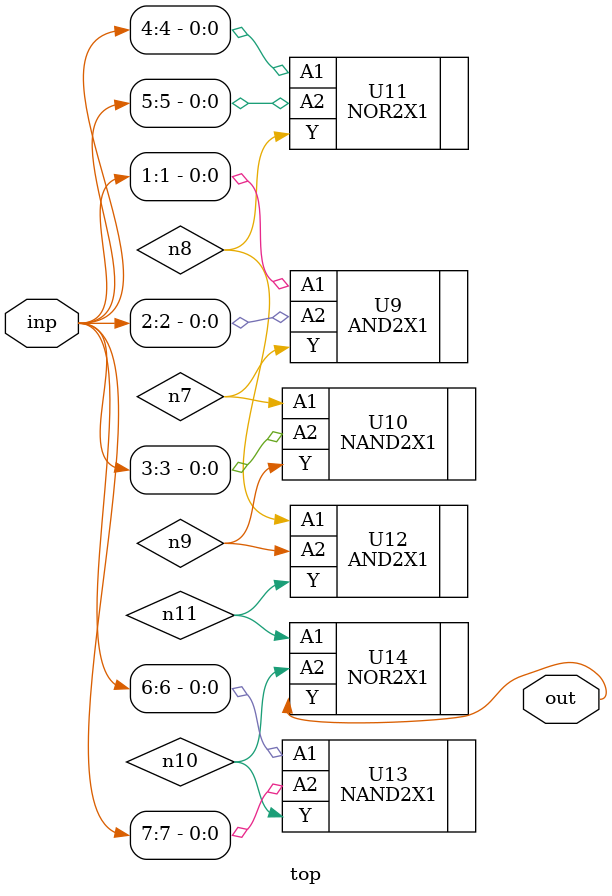
<source format=sv>


module top ( inp, out );
  input [7:0] inp;
  output out;
  wire   n7, n8, n9, n10, n11;

  AND2X1 U9 ( .A1(inp[1]), .A2(inp[2]), .Y(n7) );
  NAND2X1 U10 ( .A1(n7), .A2(inp[3]), .Y(n9) );
  NOR2X1 U11 ( .A1(inp[4]), .A2(inp[5]), .Y(n8) );
  AND2X1 U12 ( .A1(n8), .A2(n9), .Y(n11) );
  NAND2X1 U13 ( .A1(inp[6]), .A2(inp[7]), .Y(n10) );
  NOR2X1 U14 ( .A1(n11), .A2(n10), .Y(out) );
endmodule


</source>
